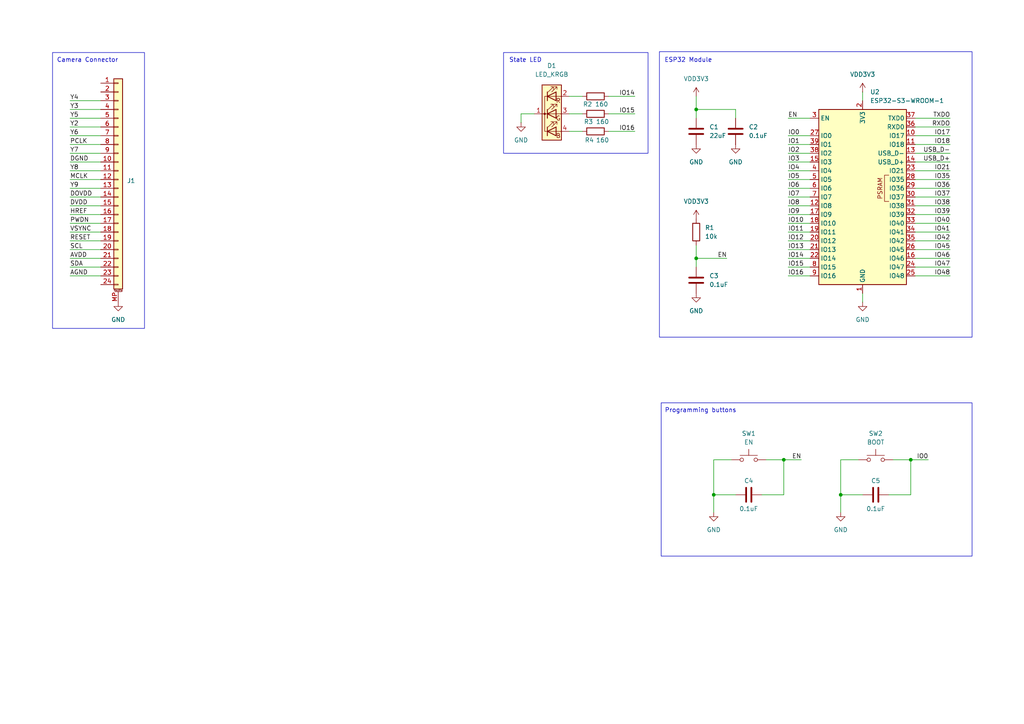
<source format=kicad_sch>
(kicad_sch (version 20250114) (generator "eeschema") (generator_version "9.0")
  (paper "A4")
  (title_block (title "ONYKS IoT ESP32 inv scanner") (date "Nov/Dec 2024") (rev "v1.0") (company "KN ONYKS") (comment 1 "Designer: Bartosz Mruk"))
  (lib_symbols
    (symbol "Connector_Generic_MountingPin:Conn_01x24_MountingPin" (pin_names (offset 1.016) (hide yes))
      (property "Reference" "J" (at 0 30.48 0))
      (property "Value" "Conn_01x24_MountingPin" (at 1.27 -33.02 0))
      (symbol "Conn_01x24_MountingPin_1_1"
        (rectangle (start -1.27 29.21) (end 1.27 -31.75) (stroke (width 0.254)) (fill (type background)))
        (rectangle (start -1.27 28.067) (end 0 27.813) (stroke (width 0.1524)))
        (rectangle (start -1.27 25.527) (end 0 25.273) (stroke (width 0.1524)))
        (rectangle (start -1.27 22.987) (end 0 22.733) (stroke (width 0.1524)))
        (rectangle (start -1.27 20.447) (end 0 20.193) (stroke (width 0.1524)))
        (rectangle (start -1.27 17.907) (end 0 17.653) (stroke (width 0.1524)))
        (rectangle (start -1.27 15.367) (end 0 15.113) (stroke (width 0.1524)))
        (rectangle (start -1.27 12.827) (end 0 12.573) (stroke (width 0.1524)))
        (rectangle (start -1.27 10.287) (end 0 10.033) (stroke (width 0.1524)))
        (rectangle (start -1.27 7.747) (end 0 7.493) (stroke (width 0.1524)))
        (rectangle (start -1.27 5.207) (end 0 4.953) (stroke (width 0.1524)))
        (rectangle (start -1.27 2.667) (end 0 2.413) (stroke (width 0.1524)))
        (rectangle (start -1.27 0.127) (end 0 -0.127) (stroke (width 0.1524)))
        (rectangle (start -1.27 -2.413) (end 0 -2.667) (stroke (width 0.1524)))
        (rectangle (start -1.27 -4.953) (end 0 -5.207) (stroke (width 0.1524)))
        (rectangle (start -1.27 -7.493) (end 0 -7.747) (stroke (width 0.1524)))
        (rectangle (start -1.27 -10.033) (end 0 -10.287) (stroke (width 0.1524)))
        (rectangle (start -1.27 -12.573) (end 0 -12.827) (stroke (width 0.1524)))
        (rectangle (start -1.27 -15.113) (end 0 -15.367) (stroke (width 0.1524)))
        (rectangle (start -1.27 -17.653) (end 0 -17.907) (stroke (width 0.1524)))
        (rectangle (start -1.27 -20.193) (end 0 -20.447) (stroke (width 0.1524)))
        (rectangle (start -1.27 -22.733) (end 0 -22.987) (stroke (width 0.1524)))
        (rectangle (start -1.27 -25.273) (end 0 -25.527) (stroke (width 0.1524)))
        (rectangle (start -1.27 -27.813) (end 0 -28.067) (stroke (width 0.1524)))
        (rectangle (start -1.27 -30.353) (end 0 -30.607) (stroke (width 0.1524)))
        (polyline (pts (xy -1.016 -32.512) (xy 1.016 -32.512)) (stroke (width 0.1524)))
        (text "Mounting" (at 0 -32.131 0) (effects (font (size 0.381 0.381))))
        (pin passive line (at -5.08 27.94 0) (length 3.81) (name "Pin_1") (number "1"))
        (pin passive line (at -5.08 25.4 0) (length 3.81) (name "Pin_2") (number "2"))
        (pin passive line (at -5.08 22.86 0) (length 3.81) (name "Pin_3") (number "3"))
        (pin passive line (at -5.08 20.32 0) (length 3.81) (name "Pin_4") (number "4"))
        (pin passive line (at -5.08 17.78 0) (length 3.81) (name "Pin_5") (number "5"))
        (pin passive line (at -5.08 15.24 0) (length 3.81) (name "Pin_6") (number "6"))
        (pin passive line (at -5.08 12.7 0) (length 3.81) (name "Pin_7") (number "7"))
        (pin passive line (at -5.08 10.16 0) (length 3.81) (name "Pin_8") (number "8"))
        (pin passive line (at -5.08 7.62 0) (length 3.81) (name "Pin_9") (number "9"))
        (pin passive line (at -5.08 5.08 0) (length 3.81) (name "Pin_10") (number "10"))
        (pin passive line (at -5.08 2.54 0) (length 3.81) (name "Pin_11") (number "11"))
        (pin passive line (at -5.08 0 0) (length 3.81) (name "Pin_12") (number "12"))
        (pin passive line (at -5.08 -2.54 0) (length 3.81) (name "Pin_13") (number "13"))
        (pin passive line (at -5.08 -5.08 0) (length 3.81) (name "Pin_14") (number "14"))
        (pin passive line (at -5.08 -7.62 0) (length 3.81) (name "Pin_15") (number "15"))
        (pin passive line (at -5.08 -10.16 0) (length 3.81) (name "Pin_16") (number "16"))
        (pin passive line (at -5.08 -12.7 0) (length 3.81) (name "Pin_17") (number "17"))
        (pin passive line (at -5.08 -15.24 0) (length 3.81) (name "Pin_18") (number "18"))
        (pin passive line (at -5.08 -17.78 0) (length 3.81) (name "Pin_19") (number "19"))
        (pin passive line (at -5.08 -20.32 0) (length 3.81) (name "Pin_20") (number "20"))
        (pin passive line (at -5.08 -22.86 0) (length 3.81) (name "Pin_21") (number "21"))
        (pin passive line (at -5.08 -25.4 0) (length 3.81) (name "Pin_22") (number "22"))
        (pin passive line (at -5.08 -27.94 0) (length 3.81) (name "Pin_23") (number "23"))
        (pin passive line (at -5.08 -30.48 0) (length 3.81) (name "Pin_24") (number "24"))
        (pin passive line (at 0 -35.56 90) (length 3.048) (name "MountPin") (number "MP"))
      )
    )
    (symbol "Device:C" (pin_numbers (hide yes)) (pin_names (offset 0.254))
      (property "Reference" "C" (at 0.635 2.54 0))
      (property "Value" "C" (at 0.635 -2.54 0))
      (symbol "C_0_1"
        (polyline (pts (xy -2.032 0.762) (xy 2.032 0.762)) (stroke (width 0.508)))
        (polyline (pts (xy -2.032 -0.762) (xy 2.032 -0.762)) (stroke (width 0.508)))
      )
      (symbol "C_1_1"
        (pin passive line (at 0 3.81 270) (length 2.794) (name "~") (number "1"))
        (pin passive line (at 0 -3.81 90) (length 2.794) (name "~") (number "2"))
      )
    )
    (symbol "Device:LED_KRGB" (pin_names (offset 0) (hide yes))
      (property "Reference" "D" (at 0 9.398 0))
      (property "Value" "LED_KRGB" (at 0 -8.89 0))
      (symbol "LED_KRGB_0_0"
        (text "R" (at 1.905 3.81 0) (effects (font (size 1.27 1.27))))
        (text "G" (at 1.905 -1.27 0) (effects (font (size 1.27 1.27))))
        (text "B" (at 1.905 -6.35 0) (effects (font (size 1.27 1.27))))
      )
      (symbol "LED_KRGB_0_1"
        (circle (center -2.032 0) (radius 0.254) (fill (type outline)))
        (polyline (pts (xy -1.27 6.35) (xy -1.27 3.81)) (stroke (width 0.254)))
        (polyline (pts (xy -1.27 6.35) (xy -1.27 3.81) (xy -1.27 3.81)))
        (polyline (pts (xy -1.27 5.08) (xy 1.27 5.08)))
        (polyline (pts (xy -1.27 5.08) (xy -2.032 5.08) (xy -2.032 -5.08) (xy -1.016 -5.08)))
        (polyline (pts (xy -1.27 1.27) (xy -1.27 -1.27)) (stroke (width 0.254)))
        (polyline (pts (xy -1.27 1.27) (xy -1.27 -1.27) (xy -1.27 -1.27)))
        (polyline (pts (xy -1.27 0) (xy -2.54 0)))
        (polyline (pts (xy -1.27 -3.81) (xy -1.27 -6.35)) (stroke (width 0.254)))
        (polyline (pts (xy -1.27 -5.08) (xy 1.27 -5.08)))
        (polyline (pts (xy -1.016 6.35) (xy 0.508 7.874) (xy -0.254 7.874) (xy 0.508 7.874) (xy 0.508 7.112)))
        (polyline (pts (xy -1.016 1.27) (xy 0.508 2.794) (xy -0.254 2.794) (xy 0.508 2.794) (xy 0.508 2.032)))
        (polyline (pts (xy -1.016 -3.81) (xy 0.508 -2.286) (xy -0.254 -2.286) (xy 0.508 -2.286) (xy 0.508 -3.048)))
        (polyline (pts (xy 0 6.35) (xy 1.524 7.874) (xy 0.762 7.874) (xy 1.524 7.874) (xy 1.524 7.112)))
        (polyline (pts (xy 0 1.27) (xy 1.524 2.794) (xy 0.762 2.794) (xy 1.524 2.794) (xy 1.524 2.032)))
        (polyline (pts (xy 0 -3.81) (xy 1.524 -2.286) (xy 0.762 -2.286) (xy 1.524 -2.286) (xy 1.524 -3.048)))
        (polyline (pts (xy 1.27 6.35) (xy 1.27 3.81) (xy -1.27 5.08) (xy 1.27 6.35)) (stroke (width 0.254)))
        (rectangle (start 1.27 6.35) (end 1.27 6.35))
        (polyline (pts (xy 1.27 5.08) (xy 2.54 5.08)))
        (rectangle (start 1.27 3.81) (end 1.27 6.35))
        (polyline (pts (xy 1.27 1.27) (xy 1.27 -1.27) (xy -1.27 0) (xy 1.27 1.27)) (stroke (width 0.254)))
        (rectangle (start 1.27 1.27) (end 1.27 1.27))
        (polyline (pts (xy 1.27 0) (xy -1.27 0)))
        (polyline (pts (xy 1.27 0) (xy 2.54 0)))
        (rectangle (start 1.27 -1.27) (end 1.27 1.27))
        (polyline (pts (xy 1.27 -3.81) (xy 1.27 -6.35) (xy -1.27 -5.08) (xy 1.27 -3.81)) (stroke (width 0.254)))
        (polyline (pts (xy 1.27 -5.08) (xy 2.54 -5.08)))
        (rectangle (start 2.794 8.382) (end -2.794 -7.62) (stroke (width 0.254)) (fill (type background)))
      )
      (symbol "LED_KRGB_1_1"
        (pin passive line (at -5.08 0 0) (length 2.54) (name "K") (number "1"))
        (pin passive line (at 5.08 5.08 180) (length 2.54) (name "RA") (number "2"))
        (pin passive line (at 5.08 0 180) (length 2.54) (name "GA") (number "3"))
        (pin passive line (at 5.08 -5.08 180) (length 2.54) (name "BA") (number "4"))
      )
    )
    (symbol "Device:R" (pin_numbers (hide yes)) (pin_names (offset 0))
      (property "Reference" "R" (at 2.032 0 90))
      (property "Value" "R" (at 0 0 90))
      (symbol "R_0_1"
        (rectangle (start -1.016 -2.54) (end 1.016 2.54) (stroke (width 0.254)))
      )
      (symbol "R_1_1"
        (pin passive line (at 0 3.81 270) (length 1.27) (name "~") (number "1"))
        (pin passive line (at 0 -3.81 90) (length 1.27) (name "~") (number "2"))
      )
    )
    (symbol "RF_Module:ESP32-S3-WROOM-1"
      (property "Reference" "U" (at -12.7 26.67 0))
      (property "Value" "ESP32-S3-WROOM-1" (at 12.7 26.67 0))
      (symbol "ESP32-S3-WROOM-1_0_0"
        (rectangle (start -12.7 25.4) (end 12.7 -25.4) (stroke (width 0.254)) (fill (type background)))
        (text "PSRAM" (at 5.08 2.54 900) (effects (font (size 1.27 1.27))))
      )
      (symbol "ESP32-S3-WROOM-1_0_1"
        (polyline (pts (xy 7.62 -1.27) (xy 6.35 -1.27) (xy 6.35 6.35) (xy 7.62 6.35)))
      )
      (symbol "ESP32-S3-WROOM-1_1_1"
        (pin input line (at -15.24 22.86 0) (length 2.54) (name "EN") (number "3"))
        (pin bidirectional line (at -15.24 17.78 0) (length 2.54) (name "IO0") (number "27"))
        (pin bidirectional line (at -15.24 15.24 0) (length 2.54) (name "IO1") (number "39"))
        (pin bidirectional line (at -15.24 12.7 0) (length 2.54) (name "IO2") (number "38"))
        (pin bidirectional line (at -15.24 10.16 0) (length 2.54) (name "IO3") (number "15"))
        (pin bidirectional line (at -15.24 7.62 0) (length 2.54) (name "IO4") (number "4"))
        (pin bidirectional line (at -15.24 5.08 0) (length 2.54) (name "IO5") (number "5"))
        (pin bidirectional line (at -15.24 2.54 0) (length 2.54) (name "IO6") (number "6"))
        (pin bidirectional line (at -15.24 0 0) (length 2.54) (name "IO7") (number "7"))
        (pin bidirectional line (at -15.24 -2.54 0) (length 2.54) (name "IO8") (number "12"))
        (pin bidirectional line (at -15.24 -5.08 0) (length 2.54) (name "IO9") (number "17"))
        (pin bidirectional line (at -15.24 -7.62 0) (length 2.54) (name "IO10") (number "18"))
        (pin bidirectional line (at -15.24 -10.16 0) (length 2.54) (name "IO11") (number "19"))
        (pin bidirectional line (at -15.24 -12.7 0) (length 2.54) (name "IO12") (number "20"))
        (pin bidirectional line (at -15.24 -15.24 0) (length 2.54) (name "IO13") (number "21"))
        (pin bidirectional line (at -15.24 -17.78 0) (length 2.54) (name "IO14") (number "22"))
        (pin bidirectional line (at -15.24 -20.32 0) (length 2.54) (name "IO15") (number "8"))
        (pin bidirectional line (at -15.24 -22.86 0) (length 2.54) (name "IO16") (number "9"))
        (pin power_in line (at 0 27.94 270) (length 2.54) (name "3V3") (number "2"))
        (pin power_in line (at 0 -27.94 90) (length 2.54) (name "GND") (number "1"))
        (pin passive line (at 0 -27.94 90) (length 2.54) (hide yes) (name "GND") (number "40"))
        (pin passive line (at 0 -27.94 90) (length 2.54) (hide yes) (name "GND") (number "41"))
        (pin bidirectional line (at 15.24 22.86 180) (length 2.54) (name "TXD0") (number "37"))
        (pin bidirectional line (at 15.24 20.32 180) (length 2.54) (name "RXD0") (number "36"))
        (pin bidirectional line (at 15.24 17.78 180) (length 2.54) (name "IO17") (number "10"))
        (pin bidirectional line (at 15.24 15.24 180) (length 2.54) (name "IO18") (number "11"))
        (pin bidirectional line (at 15.24 12.7 180) (length 2.54) (name "USB_D-") (number "13"))
        (pin bidirectional line (at 15.24 10.16 180) (length 2.54) (name "USB_D+") (number "14"))
        (pin bidirectional line (at 15.24 7.62 180) (length 2.54) (name "IO21") (number "23"))
        (pin bidirectional line (at 15.24 5.08 180) (length 2.54) (name "IO35") (number "28"))
        (pin bidirectional line (at 15.24 2.54 180) (length 2.54) (name "IO36") (number "29"))
        (pin bidirectional line (at 15.24 0 180) (length 2.54) (name "IO37") (number "30"))
        (pin bidirectional line (at 15.24 -2.54 180) (length 2.54) (name "IO38") (number "31"))
        (pin bidirectional line (at 15.24 -5.08 180) (length 2.54) (name "IO39") (number "32"))
        (pin bidirectional line (at 15.24 -7.62 180) (length 2.54) (name "IO40") (number "33"))
        (pin bidirectional line (at 15.24 -10.16 180) (length 2.54) (name "IO41") (number "34"))
        (pin bidirectional line (at 15.24 -12.7 180) (length 2.54) (name "IO42") (number "35"))
        (pin bidirectional line (at 15.24 -15.24 180) (length 2.54) (name "IO45") (number "26"))
        (pin bidirectional line (at 15.24 -17.78 180) (length 2.54) (name "IO46") (number "16"))
        (pin bidirectional line (at 15.24 -20.32 180) (length 2.54) (name "IO47") (number "24"))
        (pin bidirectional line (at 15.24 -22.86 180) (length 2.54) (name "IO48") (number "25"))
      )
    )
    (symbol "Switch:SW_Push" (pin_numbers (hide yes)) (pin_names (offset 1.016) (hide yes))
      (property "Reference" "SW" (at 1.27 2.54 0))
      (property "Value" "SW_Push" (at 0 -1.524 0))
      (symbol "SW_Push_0_1"
        (circle (center -2.032 0) (radius 0.508))
        (polyline (pts (xy 0 1.27) (xy 0 3.048)))
        (circle (center 2.032 0) (radius 0.508))
        (polyline (pts (xy 2.54 1.27) (xy -2.54 1.27)))
        (pin passive line (at -5.08 0 0) (length 2.54) (name "1") (number "1"))
        (pin passive line (at 5.08 0 180) (length 2.54) (name "2") (number "2"))
      )
    )
    (symbol "power:+3V3" (power) (pin_numbers (hide yes)) (pin_names (offset 0) (hide yes))
      (property "Value" "+3V3" (at 0 3.556 0))
      (symbol "+3V3_0_1"
        (polyline (pts (xy -0.762 1.27) (xy 0 2.54)))
        (polyline (pts (xy 0 2.54) (xy 0.762 1.27)))
        (polyline (pts (xy 0 0) (xy 0 2.54)))
      )
      (symbol "+3V3_1_1"
        (pin power_in line (at 0 0 90) (length 0) (name "~") (number "1"))
      )
    )
    (symbol "power:GND" (power) (pin_numbers (hide yes)) (pin_names (offset 0) (hide yes))
      (property "Value" "GND" (at 0 -3.81 0))
      (symbol "GND_0_1"
        (polyline (pts (xy 0 0) (xy 0 -1.27) (xy 1.27 -1.27) (xy 0 -2.54) (xy -1.27 -1.27) (xy 0 -1.27)))
      )
      (symbol "GND_1_1"
        (pin power_in line (at 0 0 270) (length 0) (name "~") (number "1"))
      )
    )
  )
  (rectangle (start 191.77 116.84) (end 281.94 161.29))
  (rectangle (start 15.24 15.24) (end 41.91 95.25))
  (rectangle (start 191.262 14.986) (end 281.94 97.79))
  (rectangle (start 146.05 15.24) (end 187.96 44.45))
  (text "State LED" (at 152.4 17.526 0) (effects (font (size 1.27 1.27))))
  (text "Programming buttons" (at 203.2 119.126 0) (effects (font (size 1.27 1.27))))
  (text "Camera Connector" (at 25.4 17.526 0) (effects (font (size 1.27 1.27))))
  (text "ESP32 Module" (at 199.644 17.526 0) (effects (font (size 1.27 1.27))))
  (junction (at 207.01 143.51))
  (junction (at 264.16 133.35))
  (junction (at 201.93 74.93))
  (junction (at 227.33 133.35))
  (junction (at 243.84 143.51))
  (junction (at 201.93 31.75))
  (wire (pts (xy 265.43 62.23) (xy 275.59 62.23)))
  (wire (pts (xy 243.84 133.35) (xy 243.84 143.51)))
  (wire (pts (xy 228.6 67.31) (xy 234.95 67.31)))
  (wire (pts (xy 20.32 72.39) (xy 29.21 72.39)))
  (wire (pts (xy 213.36 34.29) (xy 213.36 31.75)))
  (wire (pts (xy 201.93 74.93) (xy 201.93 77.47)))
  (wire (pts (xy 265.43 59.69) (xy 275.59 59.69)))
  (wire (pts (xy 20.32 36.83) (xy 29.21 36.83)))
  (wire (pts (xy 265.43 52.07) (xy 275.59 52.07)))
  (wire (pts (xy 165.1 33.02) (xy 168.91 33.02)))
  (wire (pts (xy 265.43 80.01) (xy 275.59 80.01)))
  (wire (pts (xy 165.1 38.1) (xy 168.91 38.1)))
  (wire (pts (xy 264.16 133.35) (xy 269.24 133.35)))
  (wire (pts (xy 257.81 143.51) (xy 264.16 143.51)))
  (wire (pts (xy 20.32 54.61) (xy 29.21 54.61)))
  (wire (pts (xy 220.98 143.51) (xy 227.33 143.51)))
  (wire (pts (xy 20.32 59.69) (xy 29.21 59.69)))
  (wire (pts (xy 20.32 39.37) (xy 29.21 39.37)))
  (wire (pts (xy 222.25 133.35) (xy 227.33 133.35)))
  (wire (pts (xy 20.32 31.75) (xy 29.21 31.75)))
  (wire (pts (xy 265.43 36.83) (xy 275.59 36.83)))
  (wire (pts (xy 20.32 69.85) (xy 29.21 69.85)))
  (wire (pts (xy 228.6 69.85) (xy 234.95 69.85)))
  (wire (pts (xy 228.6 34.29) (xy 234.95 34.29)))
  (wire (pts (xy 265.43 74.93) (xy 275.59 74.93)))
  (wire (pts (xy 265.43 46.99) (xy 275.59 46.99)))
  (wire (pts (xy 20.32 49.53) (xy 29.21 49.53)))
  (wire (pts (xy 228.6 39.37) (xy 234.95 39.37)))
  (wire (pts (xy 228.6 49.53) (xy 234.95 49.53)))
  (wire (pts (xy 228.6 74.93) (xy 234.95 74.93)))
  (wire (pts (xy 201.93 27.94) (xy 201.93 31.75)))
  (wire (pts (xy 243.84 143.51) (xy 250.19 143.51)))
  (wire (pts (xy 212.09 133.35) (xy 207.01 133.35)))
  (wire (pts (xy 228.6 77.47) (xy 234.95 77.47)))
  (wire (pts (xy 201.93 31.75) (xy 201.93 34.29)))
  (wire (pts (xy 20.32 67.31) (xy 29.21 67.31)))
  (wire (pts (xy 265.43 54.61) (xy 275.59 54.61)))
  (wire (pts (xy 20.32 41.91) (xy 29.21 41.91)))
  (wire (pts (xy 228.6 72.39) (xy 234.95 72.39)))
  (wire (pts (xy 207.01 143.51) (xy 213.36 143.51)))
  (wire (pts (xy 20.32 64.77) (xy 29.21 64.77)))
  (wire (pts (xy 20.32 57.15) (xy 29.21 57.15)))
  (wire (pts (xy 20.32 74.93) (xy 29.21 74.93)))
  (wire (pts (xy 228.6 41.91) (xy 234.95 41.91)))
  (wire (pts (xy 265.43 72.39) (xy 275.59 72.39)))
  (wire (pts (xy 265.43 44.45) (xy 275.59 44.45)))
  (wire (pts (xy 243.84 143.51) (xy 243.84 148.59)))
  (wire (pts (xy 265.43 34.29) (xy 275.59 34.29)))
  (wire (pts (xy 20.32 34.29) (xy 29.21 34.29)))
  (wire (pts (xy 20.32 77.47) (xy 29.21 77.47)))
  (wire (pts (xy 201.93 71.12) (xy 201.93 74.93)))
  (wire (pts (xy 20.32 52.07) (xy 29.21 52.07)))
  (wire (pts (xy 151.13 35.56) (xy 151.13 33.02)))
  (wire (pts (xy 228.6 59.69) (xy 234.95 59.69)))
  (wire (pts (xy 265.43 67.31) (xy 275.59 67.31)))
  (wire (pts (xy 151.13 33.02) (xy 154.94 33.02)))
  (wire (pts (xy 20.32 44.45) (xy 29.21 44.45)))
  (wire (pts (xy 227.33 143.51) (xy 227.33 133.35)))
  (wire (pts (xy 20.32 62.23) (xy 29.21 62.23)))
  (wire (pts (xy 264.16 143.51) (xy 264.16 133.35)))
  (wire (pts (xy 265.43 69.85) (xy 275.59 69.85)))
  (wire (pts (xy 20.32 80.01) (xy 29.21 80.01)))
  (wire (pts (xy 265.43 77.47) (xy 275.59 77.47)))
  (wire (pts (xy 228.6 57.15) (xy 234.95 57.15)))
  (wire (pts (xy 265.43 49.53) (xy 275.59 49.53)))
  (wire (pts (xy 228.6 64.77) (xy 234.95 64.77)))
  (wire (pts (xy 228.6 46.99) (xy 234.95 46.99)))
  (wire (pts (xy 207.01 143.51) (xy 207.01 148.59)))
  (wire (pts (xy 250.19 85.09) (xy 250.19 87.63)))
  (wire (pts (xy 259.08 133.35) (xy 264.16 133.35)))
  (wire (pts (xy 165.1 27.94) (xy 168.91 27.94)))
  (wire (pts (xy 201.93 74.93) (xy 210.82 74.93)))
  (wire (pts (xy 248.92 133.35) (xy 243.84 133.35)))
  (wire (pts (xy 228.6 52.07) (xy 234.95 52.07)))
  (wire (pts (xy 228.6 44.45) (xy 234.95 44.45)))
  (wire (pts (xy 176.53 27.94) (xy 184.15 27.94)))
  (wire (pts (xy 207.01 133.35) (xy 207.01 143.51)))
  (wire (pts (xy 228.6 62.23) (xy 234.95 62.23)))
  (wire (pts (xy 176.53 38.1) (xy 184.15 38.1)))
  (wire (pts (xy 227.33 133.35) (xy 232.41 133.35)))
  (wire (pts (xy 265.43 57.15) (xy 275.59 57.15)))
  (wire (pts (xy 228.6 54.61) (xy 234.95 54.61)))
  (wire (pts (xy 250.19 26.67) (xy 250.19 29.21)))
  (wire (pts (xy 176.53 33.02) (xy 184.15 33.02)))
  (wire (pts (xy 228.6 80.01) (xy 234.95 80.01)))
  (wire (pts (xy 265.43 39.37) (xy 275.59 39.37)))
  (wire (pts (xy 20.32 29.21) (xy 29.21 29.21)))
  (wire (pts (xy 20.32 46.99) (xy 29.21 46.99)))
  (wire (pts (xy 213.36 31.75) (xy 201.93 31.75)))
  (wire (pts (xy 265.43 41.91) (xy 275.59 41.91)))
  (wire (pts (xy 265.43 64.77) (xy 275.59 64.77)))
  (label "AGND" (at 20.32 80.01 0))
  (label "Y2" (at 20.32 36.83 0))
  (label "IO14" (at 228.6 74.93 0))
  (label "IO14" (at 184.15 27.94 180))
  (label "VSYNC" (at 20.32 67.31 0))
  (label "IO47" (at 275.59 77.47 180))
  (label "USB_D+" (at 275.59 46.99 180))
  (label "Y7" (at 20.32 44.45 0))
  (label "IO40" (at 275.59 64.77 180))
  (label "IO36" (at 275.59 54.61 180))
  (label "IO8" (at 228.6 59.69 0))
  (label "IO48" (at 275.59 80.01 180))
  (label "AVDD" (at 20.32 74.93 0))
  (label "IO35" (at 275.59 52.07 180))
  (label "IO12" (at 228.6 69.85 0))
  (label "IO39" (at 275.59 62.23 180))
  (label "EN" (at 210.82 74.93 180))
  (label "Y8" (at 20.32 49.53 0))
  (label "IO15" (at 184.15 33.02 180))
  (label "IO16" (at 228.6 80.01 0))
  (label "Y6" (at 20.32 39.37 0))
  (label "PCLK" (at 20.32 41.91 0))
  (label "IO11" (at 228.6 67.31 0))
  (label "TXDO" (at 275.59 34.29 180))
  (label "IO0" (at 269.24 133.35 180))
  (label "IO38" (at 275.59 59.69 180))
  (label "SCL" (at 20.32 72.39 0))
  (label "IO37" (at 275.59 57.15 180))
  (label "IO16" (at 184.15 38.1 180))
  (label "MCLK" (at 20.32 52.07 0))
  (label "IO41" (at 275.59 67.31 180))
  (label "IO46" (at 275.59 74.93 180))
  (label "IO45" (at 275.59 72.39 180))
  (label "IO1" (at 228.6 41.91 0))
  (label "HREF" (at 20.32 62.23 0))
  (label "IO4" (at 228.6 49.53 0))
  (label "IO21" (at 275.59 49.53 180))
  (label "IO6" (at 228.6 54.61 0))
  (label "DVDD" (at 20.32 59.69 0))
  (label "RESET" (at 20.32 69.85 0))
  (label "USB_D-" (at 275.59 44.45 180))
  (label "EN" (at 228.6 34.29 0))
  (label "IO5" (at 228.6 52.07 0))
  (label "SDA" (at 20.32 77.47 0))
  (label "Y9" (at 20.32 54.61 0))
  (label "IO18" (at 275.59 41.91 180))
  (label "DGND" (at 20.32 46.99 0))
  (label "IO17" (at 275.59 39.37 180))
  (label "Y5" (at 20.32 34.29 0))
  (label "IO13" (at 228.6 72.39 0))
  (label "IO9" (at 228.6 62.23 0))
  (label "IO7" (at 228.6 57.15 0))
  (label "Y4" (at 20.32 29.21 0))
  (label "IO3" (at 228.6 46.99 0))
  (label "EN" (at 232.41 133.35 180))
  (label "IO42" (at 275.59 69.85 180))
  (label "IO2" (at 228.6 44.45 0))
  (label "PWDN" (at 20.32 64.77 0))
  (label "IO10" (at 228.6 64.77 0))
  (label "IO15" (at 228.6 77.47 0))
  (label "Y3" (at 20.32 31.75 0))
  (label "RXDO" (at 275.59 36.83 180))
  (label "DOVDD" (at 20.32 57.15 0))
  (label "IO0" (at 228.6 39.37 0))
  (symbol (lib_id "Device:R") (at 172.72 38.1 90) (unit 1)
    (property "Reference" "R4" (at 170.942 40.64 90))
    (property "Value" "160" (at 174.752 40.64 90))
    (property "Description" "Resistor" (effects (hide yes)))
  )
  (symbol (lib_id "power:GND") (at 213.36 41.91 0) (unit 1)
    (property "Reference" "#PWR04" (effects (hide yes)))
    (property "Value" "GND" (at 213.36 46.99 0))
    (property "Description" "Power symbol creates a global label with name \"GND\" , ground" (effects (hide yes)))
  )
  (symbol (lib_id "power:GND") (at 250.19 87.63 0) (unit 1)
    (property "Reference" "#PWR05" (effects (hide yes)))
    (property "Value" "GND" (at 250.19 92.71 0))
    (property "Description" "Power symbol creates a global label with name \"GND\" , ground" (effects (hide yes)))
  )
  (symbol (lib_id "Device:C") (at 201.93 38.1 0) (unit 1)
    (property "Reference" "C1" (at 205.74 36.8299 0) (effects (justify left)))
    (property "Value" "22uF" (at 205.74 39.3699 0) (effects (justify left)))
    (property "Description" "Unpolarized capacitor" (effects (hide yes)))
  )
  (symbol (lib_id "power:GND") (at 201.93 41.91 0) (unit 1)
    (property "Reference" "#PWR03" (effects (hide yes)))
    (property "Value" "GND" (at 201.93 46.99 0))
    (property "Description" "Power symbol creates a global label with name \"GND\" , ground" (effects (hide yes)))
  )
  (symbol (lib_id "power:GND") (at 243.84 148.59 0) (unit 1)
    (property "Reference" "#PWR09" (effects (hide yes)))
    (property "Value" "GND" (at 243.84 153.67 0))
    (property "Description" "Power symbol creates a global label with name \"GND\" , ground" (effects (hide yes)))
  )
  (symbol (lib_id "Device:R") (at 172.72 27.94 90) (unit 1)
    (property "Reference" "R2" (at 170.434 30.226 90))
    (property "Value" "160" (at 174.498 30.226 90) (effects (font (thickness 0.1588))))
    (property "Description" "Resistor" (effects (hide yes)))
  )
  (symbol (lib_id "power:+3V3") (at 201.93 27.94 0) (unit 1)
    (property "Reference" "#PWR02" (effects (hide yes)))
    (property "Value" "VDD3V3" (at 201.93 22.86 0))
    (property "Description" "Power symbol creates a global label with name \"+3V3\"" (effects (hide yes)))
  )
  (symbol (lib_id "power:+3V3") (at 250.19 26.67 0) (unit 1)
    (property "Reference" "#PWR01" (effects (hide yes)))
    (property "Value" "VDD3V3" (at 250.19 21.59 0))
    (property "Description" "Power symbol creates a global label with name \"+3V3\"" (effects (hide yes)))
  )
  (symbol (lib_id "power:GND") (at 201.93 85.09 0) (unit 1)
    (property "Reference" "#PWR07" (effects (hide yes)))
    (property "Value" "GND" (at 201.93 90.17 0))
    (property "Description" "Power symbol creates a global label with name \"GND\" , ground" (effects (hide yes)))
  )
  (symbol (lib_id "power:GND") (at 207.01 148.59 0) (unit 1)
    (property "Reference" "#PWR08" (effects (hide yes)))
    (property "Value" "GND" (at 207.01 153.67 0))
    (property "Description" "Power symbol creates a global label with name \"GND\" , ground" (effects (hide yes)))
  )
  (symbol (lib_id "Device:C") (at 201.93 81.28 0) (unit 1)
    (property "Reference" "C3" (at 205.74 80.0099 0) (effects (justify left)))
    (property "Value" "0.1uF" (at 205.74 82.5499 0) (effects (justify left)))
    (property "Description" "Unpolarized capacitor" (effects (hide yes)))
  )
  (symbol (lib_id "Switch:SW_Push") (at 254 133.35 0) (unit 1)
    (property "Reference" "SW2" (at 254 125.73 0))
    (property "Value" "BOOT" (at 254 128.27 0))
    (property "Description" "Push button switch, generic, two pins" (effects (hide yes)))
  )
  (symbol (lib_id "Connector_Generic_MountingPin:Conn_01x24_MountingPin") (at 34.29 52.07 0) (unit 1)
    (property "Reference" "J1" (at 36.83 52.4255 0) (effects (justify left)))
    (property "Value" "Conn_01x24_MountingPin" (effects (hide yes)))
    (property "Footprint" "Connector_FFC-FPC:Molex_502244-2430_1x24-1MP_P0.5mm_Horizontal" (effects (hide yes)))
    (property "Description" "Generic connectable mounting pin connector, single row, 01x24, script generated (kicad-library-utils/schlib/autogen/connector/)" (effects (hide yes)))
  )
  (symbol (lib_id "Device:C") (at 217.17 143.51 90) (unit 1)
    (property "Reference" "C4" (at 217.17 139.446 90))
    (property "Value" "0.1uF" (at 217.17 147.574 90))
    (property "Description" "Unpolarized capacitor" (effects (hide yes)))
  )
  (symbol (lib_id "power:GND") (at 34.29 87.63 0) (unit 1)
    (property "Reference" "#PWR011" (effects (hide yes)))
    (property "Value" "GND" (at 34.29 92.71 0))
    (property "Description" "Power symbol creates a global label with name \"GND\" , ground" (effects (hide yes)))
  )
  (symbol (lib_id "Device:C") (at 254 143.51 90) (unit 1)
    (property "Reference" "C5" (at 254 139.446 90))
    (property "Value" "0.1uF" (at 254 147.574 90))
    (property "Description" "Unpolarized capacitor" (effects (hide yes)))
  )
  (symbol (lib_id "Device:R") (at 172.72 33.02 90) (unit 1)
    (property "Reference" "R3" (at 170.688 35.306 90))
    (property "Value" "160" (at 174.752 35.306 90))
    (property "Description" "Resistor" (effects (hide yes)))
  )
  (symbol (lib_id "Device:C") (at 213.36 38.1 0) (unit 1)
    (property "Reference" "C2" (at 217.17 36.8299 0) (effects (justify left)))
    (property "Value" "0.1uF" (at 217.17 39.3699 0) (effects (justify left)))
    (property "Description" "Unpolarized capacitor" (effects (hide yes)))
  )
  (symbol (lib_id "power:+3V3") (at 201.93 63.5 0) (unit 1)
    (property "Reference" "#PWR06" (effects (hide yes)))
    (property "Value" "VDD3V3" (at 201.93 58.42 0))
    (property "Description" "Power symbol creates a global label with name \"+3V3\"" (effects (hide yes)))
  )
  (symbol (lib_id "Switch:SW_Push") (at 217.17 133.35 0) (unit 1)
    (property "Reference" "SW1" (at 217.17 125.73 0))
    (property "Value" "EN" (at 217.17 128.27 0))
    (property "Description" "Push button switch, generic, two pins" (effects (hide yes)))
  )
  (symbol (lib_id "power:GND") (at 151.13 35.56 0) (unit 1)
    (property "Reference" "#PWR010" (effects (hide yes)))
    (property "Value" "GND" (at 151.13 40.64 0))
    (property "Description" "Power symbol creates a global label with name \"GND\" , ground" (effects (hide yes)))
  )
  (symbol (lib_id "Device:LED_KRGB") (at 160.02 33.02 0) (unit 1)
    (property "Reference" "D1" (at 160.02 19.05 0))
    (property "Value" "LED_KRGB" (at 160.02 21.59 0))
    (property "Description" "RGB LED, cathode/red/green/blue" (effects (hide yes)))
  )
  (symbol (lib_id "RF_Module:ESP32-S3-WROOM-1") (at 250.19 57.15 0) (unit 1)
    (property "Reference" "U2" (at 252.3841 26.67 0) (effects (justify left)))
    (property "Value" "ESP32-S3-WROOM-1" (at 252.3841 29.21 0) (effects (justify left)))
    (property "Footprint" "RF_Module:ESP32-S3-WROOM-1" (effects (hide yes)))
    (property "Datasheet" "https://www.espressif.com/sites/default/files/documentation/esp32-s3-wroom-1_wroom-1u_datasheet_en.pdf" (effects (hide yes)))
    (property "Description" "RF Module, ESP32-S3 SoC, Wi-Fi 802.11b/g/n, Bluetooth, BLE, 32-bit, 3.3V, onboard antenna, SMD" (effects (hide yes)))
  )
  (symbol (lib_id "Device:R") (at 201.93 67.31 0) (unit 1)
    (property "Reference" "R1" (at 204.47 66.0399 0) (effects (justify left)))
    (property "Value" "10k" (at 204.47 68.5799 0) (effects (justify left)))
    (property "Description" "Resistor" (effects (hide yes)))
  )
)
</source>
